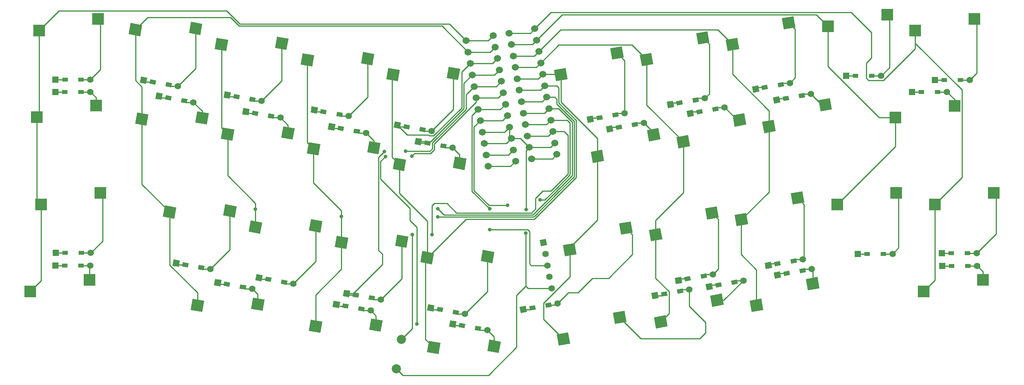
<source format=gbr>
%TF.GenerationSoftware,KiCad,Pcbnew,(5.1.6-0-10_14)*%
%TF.CreationDate,2023-03-04T09:30:32+09:00*%
%TF.ProjectId,C-13XPCB,432d3133-5850-4434-922e-6b696361645f,rev?*%
%TF.SameCoordinates,Original*%
%TF.FileFunction,Copper,L2,Bot*%
%TF.FilePolarity,Positive*%
%FSLAX46Y46*%
G04 Gerber Fmt 4.6, Leading zero omitted, Abs format (unit mm)*
G04 Created by KiCad (PCBNEW (5.1.6-0-10_14)) date 2023-03-04 09:30:32*
%MOMM*%
%LPD*%
G01*
G04 APERTURE LIST*
%TA.AperFunction,SMDPad,CuDef*%
%ADD10C,0.100000*%
%TD*%
%TA.AperFunction,ComponentPad*%
%ADD11C,0.100000*%
%TD*%
%TA.AperFunction,ComponentPad*%
%ADD12C,1.397000*%
%TD*%
%TA.AperFunction,SMDPad,CuDef*%
%ADD13R,1.300000X0.950000*%
%TD*%
%TA.AperFunction,ComponentPad*%
%ADD14R,1.397000X1.397000*%
%TD*%
%TA.AperFunction,ComponentPad*%
%ADD15C,2.000000*%
%TD*%
%TA.AperFunction,ComponentPad*%
%ADD16C,1.524000*%
%TD*%
%TA.AperFunction,SMDPad,CuDef*%
%ADD17R,2.550000X2.500000*%
%TD*%
%TA.AperFunction,ViaPad*%
%ADD18C,0.800000*%
%TD*%
%TA.AperFunction,Conductor*%
%ADD19C,0.250000*%
%TD*%
G04 APERTURE END LIST*
%TA.AperFunction,SMDPad,CuDef*%
D10*
%TO.P,SW20,2*%
%TO.N,Net-(D20-Pad2)*%
G36*
X140328071Y-20072022D02*
G01*
X139893951Y-22534041D01*
X137382691Y-22091238D01*
X137816811Y-19629219D01*
X140328071Y-20072022D01*
G37*
%TD.AperFunction*%
%TA.AperFunction,SMDPad,CuDef*%
%TO.P,SW20,1*%
%TO.N,col4*%
G36*
X127156394Y-20328684D02*
G01*
X126722274Y-22790703D01*
X124211014Y-22347900D01*
X124645134Y-19885881D01*
X127156394Y-20328684D01*
G37*
%TD.AperFunction*%
%TD*%
%TA.AperFunction,SMDPad,CuDef*%
%TO.P,D20,2*%
%TO.N,Net-(D20-Pad2)*%
G36*
X134635426Y-17533138D02*
G01*
X134800392Y-16597571D01*
X136080642Y-16823314D01*
X135915676Y-17758881D01*
X134635426Y-17533138D01*
G37*
%TD.AperFunction*%
%TA.AperFunction,SMDPad,CuDef*%
%TO.P,D20,1*%
%TO.N,row3*%
G36*
X131139358Y-16916686D02*
G01*
X131304324Y-15981119D01*
X132584574Y-16206862D01*
X132419608Y-17142429D01*
X131139358Y-16916686D01*
G37*
%TD.AperFunction*%
%TA.AperFunction,ComponentPad*%
D11*
G36*
X129048701Y-16774995D02*
G01*
X129291287Y-15399219D01*
X130667063Y-15641805D01*
X130424477Y-17017581D01*
X129048701Y-16774995D01*
G37*
%TD.AperFunction*%
D12*
%TO.P,D20,2*%
%TO.N,Net-(D20-Pad2)*%
X137362118Y-17531600D03*
%TD*%
D13*
%TO.P,D1,2*%
%TO.N,Net-(D1-Pad2)*%
X48625000Y37340000D03*
%TO.P,D1,1*%
%TO.N,row0*%
X45075000Y37340000D03*
D14*
X43040000Y37340000D03*
D12*
%TO.P,D1,2*%
%TO.N,Net-(D1-Pad2)*%
X50660000Y37340000D03*
%TD*%
%TO.P,D2,2*%
%TO.N,Net-(D2-Pad2)*%
X50650000Y34600000D03*
D14*
%TO.P,D2,1*%
%TO.N,row1*%
X43030000Y34600000D03*
D13*
X45065000Y34600000D03*
%TO.P,D2,2*%
%TO.N,Net-(D2-Pad2)*%
X48615000Y34600000D03*
%TD*%
D12*
%TO.P,D3,2*%
%TO.N,Net-(D3-Pad2)*%
X50720000Y-640000D03*
D14*
%TO.P,D3,1*%
%TO.N,row2*%
X43100000Y-640000D03*
D13*
X45135000Y-640000D03*
%TO.P,D3,2*%
%TO.N,Net-(D3-Pad2)*%
X48685000Y-640000D03*
%TD*%
D12*
%TO.P,D4,2*%
%TO.N,Net-(D4-Pad2)*%
X50590000Y-3390000D03*
D14*
%TO.P,D4,1*%
%TO.N,row3*%
X42970000Y-3390000D03*
D13*
X45005000Y-3390000D03*
%TO.P,D4,2*%
%TO.N,Net-(D4-Pad2)*%
X48555000Y-3390000D03*
%TD*%
D12*
%TO.P,D5,2*%
%TO.N,Net-(D5-Pad2)*%
X69762118Y35838400D03*
%TA.AperFunction,ComponentPad*%
D11*
%TO.P,D5,1*%
%TO.N,row0*%
G36*
X61448701Y36595005D02*
G01*
X61691287Y37970781D01*
X63067063Y37728195D01*
X62824477Y36352419D01*
X61448701Y36595005D01*
G37*
%TD.AperFunction*%
%TA.AperFunction,SMDPad,CuDef*%
D10*
G36*
X63539358Y36453314D02*
G01*
X63704324Y37388881D01*
X64984574Y37163138D01*
X64819608Y36227571D01*
X63539358Y36453314D01*
G37*
%TD.AperFunction*%
%TA.AperFunction,SMDPad,CuDef*%
%TO.P,D5,2*%
%TO.N,Net-(D5-Pad2)*%
G36*
X67035426Y35836862D02*
G01*
X67200392Y36772429D01*
X68480642Y36546686D01*
X68315676Y35611119D01*
X67035426Y35836862D01*
G37*
%TD.AperFunction*%
%TD*%
D12*
%TO.P,D6,2*%
%TO.N,Net-(D6-Pad2)*%
X73152118Y32348400D03*
%TA.AperFunction,ComponentPad*%
D11*
%TO.P,D6,1*%
%TO.N,row1*%
G36*
X64838701Y33105005D02*
G01*
X65081287Y34480781D01*
X66457063Y34238195D01*
X66214477Y32862419D01*
X64838701Y33105005D01*
G37*
%TD.AperFunction*%
%TA.AperFunction,SMDPad,CuDef*%
D10*
G36*
X66929358Y32963314D02*
G01*
X67094324Y33898881D01*
X68374574Y33673138D01*
X68209608Y32737571D01*
X66929358Y32963314D01*
G37*
%TD.AperFunction*%
%TA.AperFunction,SMDPad,CuDef*%
%TO.P,D6,2*%
%TO.N,Net-(D6-Pad2)*%
G36*
X70425426Y32346862D02*
G01*
X70590392Y33282429D01*
X71870642Y33056686D01*
X71705676Y32121119D01*
X70425426Y32346862D01*
G37*
%TD.AperFunction*%
%TD*%
D12*
%TO.P,D7,2*%
%TO.N,Net-(D7-Pad2)*%
X76902118Y-4221600D03*
%TA.AperFunction,ComponentPad*%
D11*
%TO.P,D7,1*%
%TO.N,row2*%
G36*
X68588701Y-3464995D02*
G01*
X68831287Y-2089219D01*
X70207063Y-2331805D01*
X69964477Y-3707581D01*
X68588701Y-3464995D01*
G37*
%TD.AperFunction*%
%TA.AperFunction,SMDPad,CuDef*%
D10*
G36*
X70679358Y-3606686D02*
G01*
X70844324Y-2671119D01*
X72124574Y-2896862D01*
X71959608Y-3832429D01*
X70679358Y-3606686D01*
G37*
%TD.AperFunction*%
%TA.AperFunction,SMDPad,CuDef*%
%TO.P,D7,2*%
%TO.N,Net-(D7-Pad2)*%
G36*
X74175426Y-4223138D02*
G01*
X74340392Y-3287571D01*
X75620642Y-3513314D01*
X75455676Y-4448881D01*
X74175426Y-4223138D01*
G37*
%TD.AperFunction*%
%TD*%
D12*
%TO.P,D8,2*%
%TO.N,Net-(D8-Pad2)*%
X85982118Y-8471600D03*
%TA.AperFunction,ComponentPad*%
D11*
%TO.P,D8,1*%
%TO.N,row3*%
G36*
X77668701Y-7714995D02*
G01*
X77911287Y-6339219D01*
X79287063Y-6581805D01*
X79044477Y-7957581D01*
X77668701Y-7714995D01*
G37*
%TD.AperFunction*%
%TA.AperFunction,SMDPad,CuDef*%
D10*
G36*
X79759358Y-7856686D02*
G01*
X79924324Y-6921119D01*
X81204574Y-7146862D01*
X81039608Y-8082429D01*
X79759358Y-7856686D01*
G37*
%TD.AperFunction*%
%TA.AperFunction,SMDPad,CuDef*%
%TO.P,D8,2*%
%TO.N,Net-(D8-Pad2)*%
G36*
X83255426Y-8473138D02*
G01*
X83420392Y-7537571D01*
X84700642Y-7763314D01*
X84535676Y-8698881D01*
X83255426Y-8473138D01*
G37*
%TD.AperFunction*%
%TD*%
D12*
%TO.P,D9,2*%
%TO.N,Net-(D9-Pad2)*%
X88052118Y32608400D03*
%TA.AperFunction,ComponentPad*%
D11*
%TO.P,D9,1*%
%TO.N,row0*%
G36*
X79738701Y33365005D02*
G01*
X79981287Y34740781D01*
X81357063Y34498195D01*
X81114477Y33122419D01*
X79738701Y33365005D01*
G37*
%TD.AperFunction*%
%TA.AperFunction,SMDPad,CuDef*%
D10*
G36*
X81829358Y33223314D02*
G01*
X81994324Y34158881D01*
X83274574Y33933138D01*
X83109608Y32997571D01*
X81829358Y33223314D01*
G37*
%TD.AperFunction*%
%TA.AperFunction,SMDPad,CuDef*%
%TO.P,D9,2*%
%TO.N,Net-(D9-Pad2)*%
G36*
X85325426Y32606862D02*
G01*
X85490392Y33542429D01*
X86770642Y33316686D01*
X86605676Y32381119D01*
X85325426Y32606862D01*
G37*
%TD.AperFunction*%
%TD*%
D12*
%TO.P,D10,2*%
%TO.N,Net-(D10-Pad2)*%
X92152118Y28968400D03*
%TA.AperFunction,ComponentPad*%
D11*
%TO.P,D10,1*%
%TO.N,row1*%
G36*
X83838701Y29725005D02*
G01*
X84081287Y31100781D01*
X85457063Y30858195D01*
X85214477Y29482419D01*
X83838701Y29725005D01*
G37*
%TD.AperFunction*%
%TA.AperFunction,SMDPad,CuDef*%
D10*
G36*
X85929358Y29583314D02*
G01*
X86094324Y30518881D01*
X87374574Y30293138D01*
X87209608Y29357571D01*
X85929358Y29583314D01*
G37*
%TD.AperFunction*%
%TA.AperFunction,SMDPad,CuDef*%
%TO.P,D10,2*%
%TO.N,Net-(D10-Pad2)*%
G36*
X89425426Y28966862D02*
G01*
X89590392Y29902429D01*
X90870642Y29676686D01*
X90705676Y28741119D01*
X89425426Y28966862D01*
G37*
%TD.AperFunction*%
%TD*%
D12*
%TO.P,D11,2*%
%TO.N,Net-(D11-Pad2)*%
X95012118Y-7391600D03*
%TA.AperFunction,ComponentPad*%
D11*
%TO.P,D11,1*%
%TO.N,row2*%
G36*
X86698701Y-6634995D02*
G01*
X86941287Y-5259219D01*
X88317063Y-5501805D01*
X88074477Y-6877581D01*
X86698701Y-6634995D01*
G37*
%TD.AperFunction*%
%TA.AperFunction,SMDPad,CuDef*%
D10*
G36*
X88789358Y-6776686D02*
G01*
X88954324Y-5841119D01*
X90234574Y-6066862D01*
X90069608Y-7002429D01*
X88789358Y-6776686D01*
G37*
%TD.AperFunction*%
%TA.AperFunction,SMDPad,CuDef*%
%TO.P,D11,2*%
%TO.N,Net-(D11-Pad2)*%
G36*
X92285426Y-7393138D02*
G01*
X92450392Y-6457571D01*
X93730642Y-6683314D01*
X93565676Y-7618881D01*
X92285426Y-7393138D01*
G37*
%TD.AperFunction*%
%TD*%
D12*
%TO.P,D13,2*%
%TO.N,Net-(D13-Pad2)*%
X107072118Y29318400D03*
%TA.AperFunction,ComponentPad*%
D11*
%TO.P,D13,1*%
%TO.N,row0*%
G36*
X98758701Y30075005D02*
G01*
X99001287Y31450781D01*
X100377063Y31208195D01*
X100134477Y29832419D01*
X98758701Y30075005D01*
G37*
%TD.AperFunction*%
%TA.AperFunction,SMDPad,CuDef*%
D10*
G36*
X100849358Y29933314D02*
G01*
X101014324Y30868881D01*
X102294574Y30643138D01*
X102129608Y29707571D01*
X100849358Y29933314D01*
G37*
%TD.AperFunction*%
%TA.AperFunction,SMDPad,CuDef*%
%TO.P,D13,2*%
%TO.N,Net-(D13-Pad2)*%
G36*
X104345426Y29316862D02*
G01*
X104510392Y30252429D01*
X105790642Y30026686D01*
X105625676Y29091119D01*
X104345426Y29316862D01*
G37*
%TD.AperFunction*%
%TD*%
D12*
%TO.P,D14,2*%
%TO.N,Net-(D14-Pad2)*%
X110872118Y25658400D03*
%TA.AperFunction,ComponentPad*%
D11*
%TO.P,D14,1*%
%TO.N,row1*%
G36*
X102558701Y26415005D02*
G01*
X102801287Y27790781D01*
X104177063Y27548195D01*
X103934477Y26172419D01*
X102558701Y26415005D01*
G37*
%TD.AperFunction*%
%TA.AperFunction,SMDPad,CuDef*%
D10*
G36*
X104649358Y26273314D02*
G01*
X104814324Y27208881D01*
X106094574Y26983138D01*
X105929608Y26047571D01*
X104649358Y26273314D01*
G37*
%TD.AperFunction*%
%TA.AperFunction,SMDPad,CuDef*%
%TO.P,D14,2*%
%TO.N,Net-(D14-Pad2)*%
G36*
X108145426Y25656862D02*
G01*
X108310392Y26592429D01*
X109590642Y26366686D01*
X109425676Y25431119D01*
X108145426Y25656862D01*
G37*
%TD.AperFunction*%
%TD*%
D12*
%TO.P,D15,2*%
%TO.N,Net-(D15-Pad2)*%
X114132118Y-10851600D03*
%TA.AperFunction,ComponentPad*%
D11*
%TO.P,D15,1*%
%TO.N,row2*%
G36*
X105818701Y-10094995D02*
G01*
X106061287Y-8719219D01*
X107437063Y-8961805D01*
X107194477Y-10337581D01*
X105818701Y-10094995D01*
G37*
%TD.AperFunction*%
%TA.AperFunction,SMDPad,CuDef*%
D10*
G36*
X107909358Y-10236686D02*
G01*
X108074324Y-9301119D01*
X109354574Y-9526862D01*
X109189608Y-10462429D01*
X107909358Y-10236686D01*
G37*
%TD.AperFunction*%
%TA.AperFunction,SMDPad,CuDef*%
%TO.P,D15,2*%
%TO.N,Net-(D15-Pad2)*%
G36*
X111405426Y-10853138D02*
G01*
X111570392Y-9917571D01*
X112850642Y-10143314D01*
X112685676Y-11078881D01*
X111405426Y-10853138D01*
G37*
%TD.AperFunction*%
%TD*%
D12*
%TO.P,D16,2*%
%TO.N,Net-(D16-Pad2)*%
X111882118Y-13241600D03*
%TA.AperFunction,ComponentPad*%
D11*
%TO.P,D16,1*%
%TO.N,row3*%
G36*
X103568701Y-12484995D02*
G01*
X103811287Y-11109219D01*
X105187063Y-11351805D01*
X104944477Y-12727581D01*
X103568701Y-12484995D01*
G37*
%TD.AperFunction*%
%TA.AperFunction,SMDPad,CuDef*%
D10*
G36*
X105659358Y-12626686D02*
G01*
X105824324Y-11691119D01*
X107104574Y-11916862D01*
X106939608Y-12852429D01*
X105659358Y-12626686D01*
G37*
%TD.AperFunction*%
%TA.AperFunction,SMDPad,CuDef*%
%TO.P,D16,2*%
%TO.N,Net-(D16-Pad2)*%
G36*
X109155426Y-13243138D02*
G01*
X109320392Y-12307571D01*
X110600642Y-12533314D01*
X110435676Y-13468881D01*
X109155426Y-13243138D01*
G37*
%TD.AperFunction*%
%TD*%
D12*
%TO.P,D17,2*%
%TO.N,Net-(D17-Pad2)*%
X125232118Y26028400D03*
%TA.AperFunction,ComponentPad*%
D11*
%TO.P,D17,1*%
%TO.N,row0*%
G36*
X116918701Y26785005D02*
G01*
X117161287Y28160781D01*
X118537063Y27918195D01*
X118294477Y26542419D01*
X116918701Y26785005D01*
G37*
%TD.AperFunction*%
%TA.AperFunction,SMDPad,CuDef*%
D10*
G36*
X119009358Y26643314D02*
G01*
X119174324Y27578881D01*
X120454574Y27353138D01*
X120289608Y26417571D01*
X119009358Y26643314D01*
G37*
%TD.AperFunction*%
%TA.AperFunction,SMDPad,CuDef*%
%TO.P,D17,2*%
%TO.N,Net-(D17-Pad2)*%
G36*
X122505426Y26026862D02*
G01*
X122670392Y26962429D01*
X123950642Y26736686D01*
X123785676Y25801119D01*
X122505426Y26026862D01*
G37*
%TD.AperFunction*%
%TD*%
D12*
%TO.P,D18,2*%
%TO.N,Net-(D18-Pad2)*%
X129792118Y22428400D03*
%TA.AperFunction,ComponentPad*%
D11*
%TO.P,D18,1*%
%TO.N,row1*%
G36*
X121478701Y23185005D02*
G01*
X121721287Y24560781D01*
X123097063Y24318195D01*
X122854477Y22942419D01*
X121478701Y23185005D01*
G37*
%TD.AperFunction*%
%TA.AperFunction,SMDPad,CuDef*%
D10*
G36*
X123569358Y23043314D02*
G01*
X123734324Y23978881D01*
X125014574Y23753138D01*
X124849608Y22817571D01*
X123569358Y23043314D01*
G37*
%TD.AperFunction*%
%TA.AperFunction,SMDPad,CuDef*%
%TO.P,D18,2*%
%TO.N,Net-(D18-Pad2)*%
G36*
X127065426Y22426862D02*
G01*
X127230392Y23362429D01*
X128510642Y23136686D01*
X128345676Y22201119D01*
X127065426Y22426862D01*
G37*
%TD.AperFunction*%
%TD*%
D12*
%TO.P,D19,2*%
%TO.N,Net-(D19-Pad2)*%
X132532118Y-14001600D03*
%TA.AperFunction,ComponentPad*%
D11*
%TO.P,D19,1*%
%TO.N,row2*%
G36*
X124218701Y-13244995D02*
G01*
X124461287Y-11869219D01*
X125837063Y-12111805D01*
X125594477Y-13487581D01*
X124218701Y-13244995D01*
G37*
%TD.AperFunction*%
%TA.AperFunction,SMDPad,CuDef*%
D10*
G36*
X126309358Y-13386686D02*
G01*
X126474324Y-12451119D01*
X127754574Y-12676862D01*
X127589608Y-13612429D01*
X126309358Y-13386686D01*
G37*
%TD.AperFunction*%
%TA.AperFunction,SMDPad,CuDef*%
%TO.P,D19,2*%
%TO.N,Net-(D19-Pad2)*%
G36*
X129805426Y-14003138D02*
G01*
X129970392Y-13067571D01*
X131250642Y-13293314D01*
X131085676Y-14228881D01*
X129805426Y-14003138D01*
G37*
%TD.AperFunction*%
%TD*%
D12*
%TO.P,D21,2*%
%TO.N,Net-(D21-Pad2)*%
X167402118Y29931600D03*
%TA.AperFunction,ComponentPad*%
D11*
%TO.P,D21,1*%
%TO.N,row0*%
G36*
X159331287Y27799219D02*
G01*
X159088701Y29174995D01*
X160464477Y29417581D01*
X160707063Y28041805D01*
X159331287Y27799219D01*
G37*
%TD.AperFunction*%
%TA.AperFunction,SMDPad,CuDef*%
D10*
G36*
X161344324Y28381119D02*
G01*
X161179358Y29316686D01*
X162459608Y29542429D01*
X162624574Y28606862D01*
X161344324Y28381119D01*
G37*
%TD.AperFunction*%
%TA.AperFunction,SMDPad,CuDef*%
%TO.P,D21,2*%
%TO.N,Net-(D21-Pad2)*%
G36*
X164840392Y28997571D02*
G01*
X164675426Y29933138D01*
X165955676Y30158881D01*
X166120642Y29223314D01*
X164840392Y28997571D01*
G37*
%TD.AperFunction*%
%TD*%
%TA.AperFunction,SMDPad,CuDef*%
%TO.P,D22,2*%
%TO.N,Net-(D22-Pad2)*%
G36*
X169070392Y26907571D02*
G01*
X168905426Y27843138D01*
X170185676Y28068881D01*
X170350642Y27133314D01*
X169070392Y26907571D01*
G37*
%TD.AperFunction*%
%TA.AperFunction,SMDPad,CuDef*%
%TO.P,D22,1*%
%TO.N,row1*%
G36*
X165574324Y26291119D02*
G01*
X165409358Y27226686D01*
X166689608Y27452429D01*
X166854574Y26516862D01*
X165574324Y26291119D01*
G37*
%TD.AperFunction*%
%TA.AperFunction,ComponentPad*%
D11*
G36*
X163561287Y25709219D02*
G01*
X163318701Y27084995D01*
X164694477Y27327581D01*
X164937063Y25951805D01*
X163561287Y25709219D01*
G37*
%TD.AperFunction*%
D12*
%TO.P,D22,2*%
%TO.N,Net-(D22-Pad2)*%
X171632118Y27841600D03*
%TD*%
%TA.AperFunction,SMDPad,CuDef*%
D10*
%TO.P,D23,2*%
%TO.N,Net-(D23-Pad2)*%
G36*
X150200392Y-12662429D02*
G01*
X150035426Y-11726862D01*
X151315676Y-11501119D01*
X151480642Y-12436686D01*
X150200392Y-12662429D01*
G37*
%TD.AperFunction*%
%TA.AperFunction,SMDPad,CuDef*%
%TO.P,D23,1*%
%TO.N,row2*%
G36*
X146704324Y-13278881D02*
G01*
X146539358Y-12343314D01*
X147819608Y-12117571D01*
X147984574Y-13053138D01*
X146704324Y-13278881D01*
G37*
%TD.AperFunction*%
%TA.AperFunction,ComponentPad*%
D11*
G36*
X144691287Y-13860781D02*
G01*
X144448701Y-12485005D01*
X145824477Y-12242419D01*
X146067063Y-13618195D01*
X144691287Y-13860781D01*
G37*
%TD.AperFunction*%
D12*
%TO.P,D23,2*%
%TO.N,Net-(D23-Pad2)*%
X152762118Y-11728400D03*
%TD*%
%TA.AperFunction,SMDPad,CuDef*%
D10*
%TO.P,D24,2*%
%TO.N,Net-(D24-Pad2)*%
G36*
X178960392Y-9602429D02*
G01*
X178795426Y-8666862D01*
X180075676Y-8441119D01*
X180240642Y-9376686D01*
X178960392Y-9602429D01*
G37*
%TD.AperFunction*%
%TA.AperFunction,SMDPad,CuDef*%
%TO.P,D24,1*%
%TO.N,row3*%
G36*
X175464324Y-10218881D02*
G01*
X175299358Y-9283314D01*
X176579608Y-9057571D01*
X176744574Y-9993138D01*
X175464324Y-10218881D01*
G37*
%TD.AperFunction*%
%TA.AperFunction,ComponentPad*%
D11*
G36*
X173451287Y-10800781D02*
G01*
X173208701Y-9425005D01*
X174584477Y-9182419D01*
X174827063Y-10558195D01*
X173451287Y-10800781D01*
G37*
%TD.AperFunction*%
D12*
%TO.P,D24,2*%
%TO.N,Net-(D24-Pad2)*%
X181522118Y-8668400D03*
%TD*%
%TA.AperFunction,SMDPad,CuDef*%
D10*
%TO.P,D25,2*%
%TO.N,Net-(D25-Pad2)*%
G36*
X182330392Y32267571D02*
G01*
X182165426Y33203138D01*
X183445676Y33428881D01*
X183610642Y32493314D01*
X182330392Y32267571D01*
G37*
%TD.AperFunction*%
%TA.AperFunction,SMDPad,CuDef*%
%TO.P,D25,1*%
%TO.N,row0*%
G36*
X178834324Y31651119D02*
G01*
X178669358Y32586686D01*
X179949608Y32812429D01*
X180114574Y31876862D01*
X178834324Y31651119D01*
G37*
%TD.AperFunction*%
%TA.AperFunction,ComponentPad*%
D11*
G36*
X176821287Y31069219D02*
G01*
X176578701Y32444995D01*
X177954477Y32687581D01*
X178197063Y31311805D01*
X176821287Y31069219D01*
G37*
%TD.AperFunction*%
D12*
%TO.P,D25,2*%
%TO.N,Net-(D25-Pad2)*%
X184892118Y33201600D03*
%TD*%
%TA.AperFunction,SMDPad,CuDef*%
D10*
%TO.P,D26,2*%
%TO.N,Net-(D26-Pad2)*%
G36*
X186680392Y30297571D02*
G01*
X186515426Y31233138D01*
X187795676Y31458881D01*
X187960642Y30523314D01*
X186680392Y30297571D01*
G37*
%TD.AperFunction*%
%TA.AperFunction,SMDPad,CuDef*%
%TO.P,D26,1*%
%TO.N,row1*%
G36*
X183184324Y29681119D02*
G01*
X183019358Y30616686D01*
X184299608Y30842429D01*
X184464574Y29906862D01*
X183184324Y29681119D01*
G37*
%TD.AperFunction*%
%TA.AperFunction,ComponentPad*%
D11*
G36*
X181171287Y29099219D02*
G01*
X180928701Y30474995D01*
X182304477Y30717581D01*
X182547063Y29341805D01*
X181171287Y29099219D01*
G37*
%TD.AperFunction*%
D12*
%TO.P,D26,2*%
%TO.N,Net-(D26-Pad2)*%
X189242118Y31231600D03*
%TD*%
%TA.AperFunction,SMDPad,CuDef*%
D10*
%TO.P,D27,2*%
%TO.N,Net-(D27-Pad2)*%
G36*
X184100392Y-6282429D02*
G01*
X183935426Y-5346862D01*
X185215676Y-5121119D01*
X185380642Y-6056686D01*
X184100392Y-6282429D01*
G37*
%TD.AperFunction*%
%TA.AperFunction,SMDPad,CuDef*%
%TO.P,D27,1*%
%TO.N,row2*%
G36*
X180604324Y-6898881D02*
G01*
X180439358Y-5963314D01*
X181719608Y-5737571D01*
X181884574Y-6673138D01*
X180604324Y-6898881D01*
G37*
%TD.AperFunction*%
%TA.AperFunction,ComponentPad*%
D11*
G36*
X178591287Y-7480781D02*
G01*
X178348701Y-6105005D01*
X179724477Y-5862419D01*
X179967063Y-7238195D01*
X178591287Y-7480781D01*
G37*
%TD.AperFunction*%
D12*
%TO.P,D27,2*%
%TO.N,Net-(D27-Pad2)*%
X186662118Y-5348400D03*
%TD*%
%TA.AperFunction,SMDPad,CuDef*%
D10*
%TO.P,D28,2*%
%TO.N,Net-(D28-Pad2)*%
G36*
X190830392Y-7622429D02*
G01*
X190665426Y-6686862D01*
X191945676Y-6461119D01*
X192110642Y-7396686D01*
X190830392Y-7622429D01*
G37*
%TD.AperFunction*%
%TA.AperFunction,SMDPad,CuDef*%
%TO.P,D28,1*%
%TO.N,row3*%
G36*
X187334324Y-8238881D02*
G01*
X187169358Y-7303314D01*
X188449608Y-7077571D01*
X188614574Y-8013138D01*
X187334324Y-8238881D01*
G37*
%TD.AperFunction*%
%TA.AperFunction,ComponentPad*%
D11*
G36*
X185321287Y-8820781D02*
G01*
X185078701Y-7445005D01*
X186454477Y-7202419D01*
X186697063Y-8578195D01*
X185321287Y-8820781D01*
G37*
%TD.AperFunction*%
D12*
%TO.P,D28,2*%
%TO.N,Net-(D28-Pad2)*%
X193392118Y-6688400D03*
%TD*%
%TA.AperFunction,SMDPad,CuDef*%
D10*
%TO.P,D29,2*%
%TO.N,Net-(D29-Pad2)*%
G36*
X200950392Y35637571D02*
G01*
X200785426Y36573138D01*
X202065676Y36798881D01*
X202230642Y35863314D01*
X200950392Y35637571D01*
G37*
%TD.AperFunction*%
%TA.AperFunction,SMDPad,CuDef*%
%TO.P,D29,1*%
%TO.N,row0*%
G36*
X197454324Y35021119D02*
G01*
X197289358Y35956686D01*
X198569608Y36182429D01*
X198734574Y35246862D01*
X197454324Y35021119D01*
G37*
%TD.AperFunction*%
%TA.AperFunction,ComponentPad*%
D11*
G36*
X195441287Y34439219D02*
G01*
X195198701Y35814995D01*
X196574477Y36057581D01*
X196817063Y34681805D01*
X195441287Y34439219D01*
G37*
%TD.AperFunction*%
D12*
%TO.P,D29,2*%
%TO.N,Net-(D29-Pad2)*%
X203512118Y36571600D03*
%TD*%
%TA.AperFunction,SMDPad,CuDef*%
D10*
%TO.P,D30,2*%
%TO.N,Net-(D30-Pad2)*%
G36*
X205560392Y33227571D02*
G01*
X205395426Y34163138D01*
X206675676Y34388881D01*
X206840642Y33453314D01*
X205560392Y33227571D01*
G37*
%TD.AperFunction*%
%TA.AperFunction,SMDPad,CuDef*%
%TO.P,D30,1*%
%TO.N,row1*%
G36*
X202064324Y32611119D02*
G01*
X201899358Y33546686D01*
X203179608Y33772429D01*
X203344574Y32836862D01*
X202064324Y32611119D01*
G37*
%TD.AperFunction*%
%TA.AperFunction,ComponentPad*%
D11*
G36*
X200051287Y32029219D02*
G01*
X199808701Y33404995D01*
X201184477Y33647581D01*
X201427063Y32271805D01*
X200051287Y32029219D01*
G37*
%TD.AperFunction*%
D12*
%TO.P,D30,2*%
%TO.N,Net-(D30-Pad2)*%
X208122118Y34161600D03*
%TD*%
%TA.AperFunction,SMDPad,CuDef*%
D10*
%TO.P,D31,2*%
%TO.N,Net-(D31-Pad2)*%
G36*
X203740392Y-2962429D02*
G01*
X203575426Y-2026862D01*
X204855676Y-1801119D01*
X205020642Y-2736686D01*
X203740392Y-2962429D01*
G37*
%TD.AperFunction*%
%TA.AperFunction,SMDPad,CuDef*%
%TO.P,D31,1*%
%TO.N,row2*%
G36*
X200244324Y-3578881D02*
G01*
X200079358Y-2643314D01*
X201359608Y-2417571D01*
X201524574Y-3353138D01*
X200244324Y-3578881D01*
G37*
%TD.AperFunction*%
%TA.AperFunction,ComponentPad*%
D11*
G36*
X198231287Y-4160781D02*
G01*
X197988701Y-2785005D01*
X199364477Y-2542419D01*
X199607063Y-3918195D01*
X198231287Y-4160781D01*
G37*
%TD.AperFunction*%
D12*
%TO.P,D31,2*%
%TO.N,Net-(D31-Pad2)*%
X206302118Y-2028400D03*
%TD*%
%TA.AperFunction,SMDPad,CuDef*%
D10*
%TO.P,D32,2*%
%TO.N,Net-(D32-Pad2)*%
G36*
X205740392Y-5082429D02*
G01*
X205575426Y-4146862D01*
X206855676Y-3921119D01*
X207020642Y-4856686D01*
X205740392Y-5082429D01*
G37*
%TD.AperFunction*%
%TA.AperFunction,SMDPad,CuDef*%
%TO.P,D32,1*%
%TO.N,row3*%
G36*
X202244324Y-5698881D02*
G01*
X202079358Y-4763314D01*
X203359608Y-4537571D01*
X203524574Y-5473138D01*
X202244324Y-5698881D01*
G37*
%TD.AperFunction*%
%TA.AperFunction,ComponentPad*%
D11*
G36*
X200231287Y-6280781D02*
G01*
X199988701Y-4905005D01*
X201364477Y-4662419D01*
X201607063Y-6038195D01*
X200231287Y-6280781D01*
G37*
%TD.AperFunction*%
D12*
%TO.P,D32,2*%
%TO.N,Net-(D32-Pad2)*%
X208302118Y-4148400D03*
%TD*%
D13*
%TO.P,D33,2*%
%TO.N,Net-(D33-Pad2)*%
X221395000Y38140000D03*
%TO.P,D33,1*%
%TO.N,row0*%
X217845000Y38140000D03*
D14*
X215810000Y38140000D03*
D12*
%TO.P,D33,2*%
%TO.N,Net-(D33-Pad2)*%
X223430000Y38140000D03*
%TD*%
D13*
%TO.P,D34,2*%
%TO.N,Net-(D34-Pad2)*%
X235785000Y34630000D03*
%TO.P,D34,1*%
%TO.N,row1*%
X232235000Y34630000D03*
D14*
X230200000Y34630000D03*
D12*
%TO.P,D34,2*%
%TO.N,Net-(D34-Pad2)*%
X237820000Y34630000D03*
%TD*%
D13*
%TO.P,D35,2*%
%TO.N,Net-(D35-Pad2)*%
X223905000Y-880000D03*
%TO.P,D35,1*%
%TO.N,row2*%
X220355000Y-880000D03*
D14*
X218320000Y-880000D03*
D12*
%TO.P,D35,2*%
%TO.N,Net-(D35-Pad2)*%
X225940000Y-880000D03*
%TD*%
D13*
%TO.P,D37,2*%
%TO.N,Net-(D37-Pad2)*%
X240795000Y37240000D03*
%TO.P,D37,1*%
%TO.N,row0*%
X237245000Y37240000D03*
D14*
X235210000Y37240000D03*
D12*
%TO.P,D37,2*%
%TO.N,Net-(D37-Pad2)*%
X242830000Y37240000D03*
%TD*%
D13*
%TO.P,D39,2*%
%TO.N,Net-(D39-Pad2)*%
X242295000Y-710000D03*
%TO.P,D39,1*%
%TO.N,row2*%
X238745000Y-710000D03*
D14*
X236710000Y-710000D03*
D12*
%TO.P,D39,2*%
%TO.N,Net-(D39-Pad2)*%
X244330000Y-710000D03*
%TD*%
D13*
%TO.P,D40,2*%
%TO.N,Net-(D40-Pad2)*%
X242405000Y-3470000D03*
%TO.P,D40,1*%
%TO.N,row3*%
X238855000Y-3470000D03*
D14*
X236820000Y-3470000D03*
D12*
%TO.P,D40,2*%
%TO.N,Net-(D40-Pad2)*%
X244440000Y-3470000D03*
%TD*%
D15*
%TO.P,SW41,1*%
%TO.N,reset*%
X118634357Y-19589375D03*
%TO.P,SW41,2*%
%TO.N,GND*%
X117505643Y-25990625D03*
%TD*%
%TA.AperFunction,ComponentPad*%
D11*
%TO.P,TB1,1*%
%TO.N,VCC*%
G36*
X148848686Y2179418D02*
G01*
X150224462Y2422004D01*
X150467048Y1046228D01*
X149091272Y803642D01*
X148848686Y2179418D01*
G37*
%TD.AperFunction*%
D12*
%TO.P,TB1,2*%
%TO.N,SDA*%
X150098934Y-888588D03*
%TO.P,TB1,3*%
%TO.N,SCL*%
X150540000Y-3390000D03*
%TO.P,TB1,4*%
%TO.N,N/C*%
X150981066Y-5891412D03*
%TO.P,TB1,5*%
%TO.N,GND*%
X151422133Y-8392823D03*
%TD*%
D16*
%TO.P,U1,1*%
%TO.N,Net-(U1-Pad1)*%
X137608313Y18310248D03*
%TO.P,U1,2*%
%TO.N,Net-(U1-Pad2)*%
X137167246Y20811659D03*
%TO.P,U1,3*%
%TO.N,GND*%
X136726180Y23313071D03*
%TO.P,U1,4*%
X136285113Y25814483D03*
%TO.P,U1,5*%
%TO.N,SDA*%
X135844047Y28315894D03*
%TO.P,U1,6*%
%TO.N,SCL*%
X135402981Y30817306D03*
%TO.P,U1,7*%
%TO.N,row3*%
X134961914Y33318718D03*
%TO.P,U1,8*%
%TO.N,row2*%
X134520848Y35820129D03*
%TO.P,U1,9*%
%TO.N,row1*%
X134079782Y38321541D03*
%TO.P,U1,10*%
%TO.N,row0*%
X133638715Y40822953D03*
%TO.P,U1,11*%
%TO.N,col1*%
X133197649Y43324365D03*
%TO.P,U1,12*%
%TO.N,col0*%
X132756583Y45825776D03*
%TO.P,U1,13*%
%TO.N,col9*%
X147745357Y48468701D03*
%TO.P,U1,14*%
%TO.N,col8*%
X148186423Y45967290D03*
%TO.P,U1,15*%
%TO.N,col7*%
X148627489Y43465878D03*
%TO.P,U1,16*%
%TO.N,col6*%
X149068556Y40964466D03*
%TO.P,U1,17*%
%TO.N,col5*%
X149509622Y38463055D03*
%TO.P,U1,18*%
%TO.N,col4*%
X149950688Y35961643D03*
%TO.P,U1,19*%
%TO.N,col3*%
X150391755Y33460231D03*
%TO.P,U1,20*%
%TO.N,col2*%
X150832821Y30958820D03*
%TO.P,U1,21*%
%TO.N,VCC*%
X151273887Y28457408D03*
%TO.P,U1,22*%
%TO.N,reset*%
X151714954Y25955996D03*
%TO.P,U1,23*%
%TO.N,GND*%
X152156020Y23454585D03*
%TO.P,U1,24*%
%TO.N,Net-(U1-Pad24)*%
X152597087Y20953173D03*
%TO.P,U1,13*%
%TO.N,col9*%
X142171345Y47485853D03*
%TO.P,U1,14*%
%TO.N,col8*%
X142612411Y44984441D03*
%TO.P,U1,17*%
%TO.N,col5*%
X143935610Y37480206D03*
%TO.P,U1,18*%
%TO.N,col4*%
X144376676Y34978794D03*
%TO.P,U1,19*%
%TO.N,col3*%
X144817743Y32477383D03*
%TO.P,U1,20*%
%TO.N,col2*%
X145258809Y29975971D03*
%TO.P,U1,21*%
%TO.N,VCC*%
X145699876Y27474559D03*
%TO.P,U1,15*%
%TO.N,col7*%
X143053477Y42483029D03*
%TO.P,U1,16*%
%TO.N,col6*%
X143494544Y39981618D03*
%TO.P,U1,22*%
%TO.N,reset*%
X146140942Y24973148D03*
%TO.P,U1,23*%
%TO.N,GND*%
X146582008Y22471736D03*
%TO.P,U1,24*%
%TO.N,Net-(U1-Pad24)*%
X147023075Y19970324D03*
%TO.P,U1,1*%
%TO.N,Net-(U1-Pad1)*%
X143546133Y19418171D03*
%TO.P,U1,10*%
%TO.N,row0*%
X139576535Y41930876D03*
%TO.P,U1,11*%
%TO.N,col1*%
X139135469Y44432288D03*
%TO.P,U1,4*%
%TO.N,GND*%
X142222933Y26922406D03*
%TO.P,U1,5*%
%TO.N,SDA*%
X141781867Y29423818D03*
%TO.P,U1,6*%
%TO.N,SCL*%
X141340801Y31925230D03*
%TO.P,U1,7*%
%TO.N,row3*%
X140899734Y34426641D03*
%TO.P,U1,8*%
%TO.N,row2*%
X140458668Y36928053D03*
%TO.P,U1,9*%
%TO.N,row1*%
X140017602Y39429465D03*
%TO.P,U1,2*%
%TO.N,Net-(U1-Pad2)*%
X143105066Y21919583D03*
%TO.P,U1,3*%
%TO.N,GND*%
X142664000Y24420994D03*
%TO.P,U1,12*%
%TO.N,col0*%
X138694402Y46933700D03*
%TD*%
D17*
%TO.P,SW1,2*%
%TO.N,Net-(D1-Pad2)*%
X52332000Y50570000D03*
%TO.P,SW1,1*%
%TO.N,col0*%
X39405000Y48030000D03*
%TD*%
%TO.P,SW2,1*%
%TO.N,col0*%
X38925000Y29060000D03*
%TO.P,SW2,2*%
%TO.N,Net-(D2-Pad2)*%
X51852000Y31600000D03*
%TD*%
%TO.P,SW3,1*%
%TO.N,col0*%
X39875000Y9950000D03*
%TO.P,SW3,2*%
%TO.N,Net-(D3-Pad2)*%
X52802000Y12490000D03*
%TD*%
%TO.P,SW4,1*%
%TO.N,col0*%
X37495000Y-9100000D03*
%TO.P,SW4,2*%
%TO.N,Net-(D4-Pad2)*%
X50422000Y-6560000D03*
%TD*%
%TA.AperFunction,SMDPad,CuDef*%
D10*
%TO.P,SW5,1*%
%TO.N,col1*%
G36*
X61956393Y49281317D02*
G01*
X61522273Y46819298D01*
X59011013Y47262101D01*
X59445133Y49724120D01*
X61956393Y49281317D01*
G37*
%TD.AperFunction*%
%TA.AperFunction,SMDPad,CuDef*%
%TO.P,SW5,2*%
%TO.N,Net-(D5-Pad2)*%
G36*
X75128070Y49537979D02*
G01*
X74693950Y47075960D01*
X72182690Y47518763D01*
X72616810Y49980782D01*
X75128070Y49537979D01*
G37*
%TD.AperFunction*%
%TD*%
%TA.AperFunction,SMDPad,CuDef*%
%TO.P,SW6,1*%
%TO.N,col1*%
G36*
X63346393Y29681317D02*
G01*
X62912273Y27219298D01*
X60401013Y27662101D01*
X60835133Y30124120D01*
X63346393Y29681317D01*
G37*
%TD.AperFunction*%
%TA.AperFunction,SMDPad,CuDef*%
%TO.P,SW6,2*%
%TO.N,Net-(D6-Pad2)*%
G36*
X76518070Y29937979D02*
G01*
X76083950Y27475960D01*
X73572690Y27918763D01*
X74006810Y30380782D01*
X76518070Y29937979D01*
G37*
%TD.AperFunction*%
%TD*%
%TA.AperFunction,SMDPad,CuDef*%
%TO.P,SW7,1*%
%TO.N,col1*%
G36*
X69436393Y9321317D02*
G01*
X69002273Y6859298D01*
X66491013Y7302101D01*
X66925133Y9764120D01*
X69436393Y9321317D01*
G37*
%TD.AperFunction*%
%TA.AperFunction,SMDPad,CuDef*%
%TO.P,SW7,2*%
%TO.N,Net-(D7-Pad2)*%
G36*
X82608070Y9577979D02*
G01*
X82173950Y7115960D01*
X79662690Y7558763D01*
X80096810Y10020782D01*
X82608070Y9577979D01*
G37*
%TD.AperFunction*%
%TD*%
%TA.AperFunction,SMDPad,CuDef*%
%TO.P,SW8,1*%
%TO.N,col1*%
G36*
X75516393Y-11118683D02*
G01*
X75082273Y-13580702D01*
X72571013Y-13137899D01*
X73005133Y-10675880D01*
X75516393Y-11118683D01*
G37*
%TD.AperFunction*%
%TA.AperFunction,SMDPad,CuDef*%
%TO.P,SW8,2*%
%TO.N,Net-(D8-Pad2)*%
G36*
X88688070Y-10862021D02*
G01*
X88253950Y-13324040D01*
X85742690Y-12881237D01*
X86176810Y-10419218D01*
X88688070Y-10862021D01*
G37*
%TD.AperFunction*%
%TD*%
%TA.AperFunction,SMDPad,CuDef*%
%TO.P,SW9,1*%
%TO.N,col2*%
G36*
X80756393Y46021317D02*
G01*
X80322273Y43559298D01*
X77811013Y44002101D01*
X78245133Y46464120D01*
X80756393Y46021317D01*
G37*
%TD.AperFunction*%
%TA.AperFunction,SMDPad,CuDef*%
%TO.P,SW9,2*%
%TO.N,Net-(D9-Pad2)*%
G36*
X93928070Y46277979D02*
G01*
X93493950Y43815960D01*
X90982690Y44258763D01*
X91416810Y46720782D01*
X93928070Y46277979D01*
G37*
%TD.AperFunction*%
%TD*%
%TA.AperFunction,SMDPad,CuDef*%
%TO.P,SW10,1*%
%TO.N,col2*%
G36*
X82116393Y26371317D02*
G01*
X81682273Y23909298D01*
X79171013Y24352101D01*
X79605133Y26814120D01*
X82116393Y26371317D01*
G37*
%TD.AperFunction*%
%TA.AperFunction,SMDPad,CuDef*%
%TO.P,SW10,2*%
%TO.N,Net-(D10-Pad2)*%
G36*
X95288070Y26627979D02*
G01*
X94853950Y24165960D01*
X92342690Y24608763D01*
X92776810Y27070782D01*
X95288070Y26627979D01*
G37*
%TD.AperFunction*%
%TD*%
%TA.AperFunction,SMDPad,CuDef*%
%TO.P,SW11,1*%
%TO.N,col2*%
G36*
X88176393Y6021317D02*
G01*
X87742273Y3559298D01*
X85231013Y4002101D01*
X85665133Y6464120D01*
X88176393Y6021317D01*
G37*
%TD.AperFunction*%
%TA.AperFunction,SMDPad,CuDef*%
%TO.P,SW11,2*%
%TO.N,Net-(D11-Pad2)*%
G36*
X101348070Y6277979D02*
G01*
X100913950Y3815960D01*
X98402690Y4258763D01*
X98836810Y6720782D01*
X101348070Y6277979D01*
G37*
%TD.AperFunction*%
%TD*%
%TA.AperFunction,SMDPad,CuDef*%
%TO.P,SW13,1*%
%TO.N,col3*%
G36*
X99536393Y42661317D02*
G01*
X99102273Y40199298D01*
X96591013Y40642101D01*
X97025133Y43104120D01*
X99536393Y42661317D01*
G37*
%TD.AperFunction*%
%TA.AperFunction,SMDPad,CuDef*%
%TO.P,SW13,2*%
%TO.N,Net-(D13-Pad2)*%
G36*
X112708070Y42917979D02*
G01*
X112273950Y40455960D01*
X109762690Y40898763D01*
X110196810Y43360782D01*
X112708070Y42917979D01*
G37*
%TD.AperFunction*%
%TD*%
%TA.AperFunction,SMDPad,CuDef*%
%TO.P,SW14,1*%
%TO.N,col3*%
G36*
X100886393Y23151317D02*
G01*
X100452273Y20689298D01*
X97941013Y21132101D01*
X98375133Y23594120D01*
X100886393Y23151317D01*
G37*
%TD.AperFunction*%
%TA.AperFunction,SMDPad,CuDef*%
%TO.P,SW14,2*%
%TO.N,Net-(D14-Pad2)*%
G36*
X114058070Y23407979D02*
G01*
X113623950Y20945960D01*
X111112690Y21388763D01*
X111546810Y23850782D01*
X114058070Y23407979D01*
G37*
%TD.AperFunction*%
%TD*%
%TA.AperFunction,SMDPad,CuDef*%
%TO.P,SW15,1*%
%TO.N,col3*%
G36*
X106996393Y2691317D02*
G01*
X106562273Y229298D01*
X104051013Y672101D01*
X104485133Y3134120D01*
X106996393Y2691317D01*
G37*
%TD.AperFunction*%
%TA.AperFunction,SMDPad,CuDef*%
%TO.P,SW15,2*%
%TO.N,Net-(D15-Pad2)*%
G36*
X120168070Y2947979D02*
G01*
X119733950Y485960D01*
X117222690Y928763D01*
X117656810Y3390782D01*
X120168070Y2947979D01*
G37*
%TD.AperFunction*%
%TD*%
%TA.AperFunction,SMDPad,CuDef*%
%TO.P,SW16,1*%
%TO.N,col3*%
G36*
X101336393Y-15718683D02*
G01*
X100902273Y-18180702D01*
X98391013Y-17737899D01*
X98825133Y-15275880D01*
X101336393Y-15718683D01*
G37*
%TD.AperFunction*%
%TA.AperFunction,SMDPad,CuDef*%
%TO.P,SW16,2*%
%TO.N,Net-(D16-Pad2)*%
G36*
X114508070Y-15462021D02*
G01*
X114073950Y-17924040D01*
X111562690Y-17481237D01*
X111996810Y-15019218D01*
X114508070Y-15462021D01*
G37*
%TD.AperFunction*%
%TD*%
%TA.AperFunction,SMDPad,CuDef*%
%TO.P,SW17,1*%
%TO.N,col4*%
G36*
X118266393Y39401317D02*
G01*
X117832273Y36939298D01*
X115321013Y37382101D01*
X115755133Y39844120D01*
X118266393Y39401317D01*
G37*
%TD.AperFunction*%
%TA.AperFunction,SMDPad,CuDef*%
%TO.P,SW17,2*%
%TO.N,Net-(D17-Pad2)*%
G36*
X131438070Y39657979D02*
G01*
X131003950Y37195960D01*
X128492690Y37638763D01*
X128926810Y40100782D01*
X131438070Y39657979D01*
G37*
%TD.AperFunction*%
%TD*%
%TA.AperFunction,SMDPad,CuDef*%
%TO.P,SW18,1*%
%TO.N,col4*%
G36*
X119646393Y19741317D02*
G01*
X119212273Y17279298D01*
X116701013Y17722101D01*
X117135133Y20184120D01*
X119646393Y19741317D01*
G37*
%TD.AperFunction*%
%TA.AperFunction,SMDPad,CuDef*%
%TO.P,SW18,2*%
%TO.N,Net-(D18-Pad2)*%
G36*
X132818070Y19997979D02*
G01*
X132383950Y17535960D01*
X129872690Y17978763D01*
X130306810Y20440782D01*
X132818070Y19997979D01*
G37*
%TD.AperFunction*%
%TD*%
%TA.AperFunction,SMDPad,CuDef*%
%TO.P,SW19,1*%
%TO.N,col4*%
G36*
X125726393Y-678683D02*
G01*
X125292273Y-3140702D01*
X122781013Y-2697899D01*
X123215133Y-235880D01*
X125726393Y-678683D01*
G37*
%TD.AperFunction*%
%TA.AperFunction,SMDPad,CuDef*%
%TO.P,SW19,2*%
%TO.N,Net-(D19-Pad2)*%
G36*
X138898070Y-422021D02*
G01*
X138463950Y-2884040D01*
X135952690Y-2441237D01*
X136386810Y20782D01*
X138898070Y-422021D01*
G37*
%TD.AperFunction*%
%TD*%
%TA.AperFunction,SMDPad,CuDef*%
%TO.P,SW21,2*%
%TO.N,Net-(D21-Pad2)*%
G36*
X166779684Y44589687D02*
G01*
X167213804Y42127668D01*
X164702544Y41684865D01*
X164268424Y44146884D01*
X166779684Y44589687D01*
G37*
%TD.AperFunction*%
%TA.AperFunction,SMDPad,CuDef*%
%TO.P,SW21,1*%
%TO.N,col5*%
G36*
X154490141Y39843525D02*
G01*
X154924261Y37381506D01*
X152413001Y36938703D01*
X151978881Y39400722D01*
X154490141Y39843525D01*
G37*
%TD.AperFunction*%
%TD*%
%TA.AperFunction,SMDPad,CuDef*%
%TO.P,SW22,1*%
%TO.N,col5*%
G36*
X162490141Y21953525D02*
G01*
X162924261Y19491506D01*
X160413001Y19048703D01*
X159978881Y21510722D01*
X162490141Y21953525D01*
G37*
%TD.AperFunction*%
%TA.AperFunction,SMDPad,CuDef*%
%TO.P,SW22,2*%
%TO.N,Net-(D22-Pad2)*%
G36*
X174779684Y26699687D02*
G01*
X175213804Y24237668D01*
X172702544Y23794865D01*
X172268424Y26256884D01*
X174779684Y26699687D01*
G37*
%TD.AperFunction*%
%TD*%
%TA.AperFunction,SMDPad,CuDef*%
%TO.P,SW23,2*%
%TO.N,Net-(D23-Pad2)*%
G36*
X168729684Y6229687D02*
G01*
X169163804Y3767668D01*
X166652544Y3324865D01*
X166218424Y5786884D01*
X168729684Y6229687D01*
G37*
%TD.AperFunction*%
%TA.AperFunction,SMDPad,CuDef*%
%TO.P,SW23,1*%
%TO.N,col5*%
G36*
X156440141Y1483525D02*
G01*
X156874261Y-978494D01*
X154363001Y-1421297D01*
X153928881Y1040722D01*
X156440141Y1483525D01*
G37*
%TD.AperFunction*%
%TD*%
%TA.AperFunction,SMDPad,CuDef*%
%TO.P,SW24,2*%
%TO.N,Net-(D24-Pad2)*%
G36*
X167339684Y-13290313D02*
G01*
X167773804Y-15752332D01*
X165262544Y-16195135D01*
X164828424Y-13733116D01*
X167339684Y-13290313D01*
G37*
%TD.AperFunction*%
%TA.AperFunction,SMDPad,CuDef*%
%TO.P,SW24,1*%
%TO.N,col5*%
G36*
X155050141Y-18036475D02*
G01*
X155484261Y-20498494D01*
X152973001Y-20941297D01*
X152538881Y-18479278D01*
X155050141Y-18036475D01*
G37*
%TD.AperFunction*%
%TD*%
%TA.AperFunction,SMDPad,CuDef*%
%TO.P,SW25,2*%
%TO.N,Net-(D25-Pad2)*%
G36*
X185509684Y47929687D02*
G01*
X185943804Y45467668D01*
X183432544Y45024865D01*
X182998424Y47486884D01*
X185509684Y47929687D01*
G37*
%TD.AperFunction*%
%TA.AperFunction,SMDPad,CuDef*%
%TO.P,SW25,1*%
%TO.N,col6*%
G36*
X173220141Y43183525D02*
G01*
X173654261Y40721506D01*
X171143001Y40278703D01*
X170708881Y42740722D01*
X173220141Y43183525D01*
G37*
%TD.AperFunction*%
%TD*%
%TA.AperFunction,SMDPad,CuDef*%
%TO.P,SW26,2*%
%TO.N,Net-(D26-Pad2)*%
G36*
X193529684Y29919687D02*
G01*
X193963804Y27457668D01*
X191452544Y27014865D01*
X191018424Y29476884D01*
X193529684Y29919687D01*
G37*
%TD.AperFunction*%
%TA.AperFunction,SMDPad,CuDef*%
%TO.P,SW26,1*%
%TO.N,col6*%
G36*
X181240141Y25173525D02*
G01*
X181674261Y22711506D01*
X179163001Y22268703D01*
X178728881Y24730722D01*
X181240141Y25173525D01*
G37*
%TD.AperFunction*%
%TD*%
%TA.AperFunction,SMDPad,CuDef*%
%TO.P,SW27,2*%
%TO.N,Net-(D27-Pad2)*%
G36*
X187489684Y9569687D02*
G01*
X187923804Y7107668D01*
X185412544Y6664865D01*
X184978424Y9126884D01*
X187489684Y9569687D01*
G37*
%TD.AperFunction*%
%TA.AperFunction,SMDPad,CuDef*%
%TO.P,SW27,1*%
%TO.N,col6*%
G36*
X175200141Y4823525D02*
G01*
X175634261Y2361506D01*
X173123001Y1918703D01*
X172688881Y4380722D01*
X175200141Y4823525D01*
G37*
%TD.AperFunction*%
%TD*%
%TA.AperFunction,SMDPad,CuDef*%
%TO.P,SW28,2*%
%TO.N,Net-(D28-Pad2)*%
G36*
X188609684Y-9540313D02*
G01*
X189043804Y-12002332D01*
X186532544Y-12445135D01*
X186098424Y-9983116D01*
X188609684Y-9540313D01*
G37*
%TD.AperFunction*%
%TA.AperFunction,SMDPad,CuDef*%
%TO.P,SW28,1*%
%TO.N,col6*%
G36*
X176320141Y-14286475D02*
G01*
X176754261Y-16748494D01*
X174243001Y-17191297D01*
X173808881Y-14729278D01*
X176320141Y-14286475D01*
G37*
%TD.AperFunction*%
%TD*%
%TA.AperFunction,SMDPad,CuDef*%
%TO.P,SW29,2*%
%TO.N,Net-(D29-Pad2)*%
G36*
X204289684Y51229687D02*
G01*
X204723804Y48767668D01*
X202212544Y48324865D01*
X201778424Y50786884D01*
X204289684Y51229687D01*
G37*
%TD.AperFunction*%
%TA.AperFunction,SMDPad,CuDef*%
%TO.P,SW29,1*%
%TO.N,col7*%
G36*
X192000141Y46483525D02*
G01*
X192434261Y44021506D01*
X189923001Y43578703D01*
X189488881Y46040722D01*
X192000141Y46483525D01*
G37*
%TD.AperFunction*%
%TD*%
%TA.AperFunction,SMDPad,CuDef*%
%TO.P,SW30,2*%
%TO.N,Net-(D30-Pad2)*%
G36*
X212269684Y33229687D02*
G01*
X212703804Y30767668D01*
X210192544Y30324865D01*
X209758424Y32786884D01*
X212269684Y33229687D01*
G37*
%TD.AperFunction*%
%TA.AperFunction,SMDPad,CuDef*%
%TO.P,SW30,1*%
%TO.N,col7*%
G36*
X199980141Y28483525D02*
G01*
X200414261Y26021506D01*
X197903001Y25578703D01*
X197468881Y28040722D01*
X199980141Y28483525D01*
G37*
%TD.AperFunction*%
%TD*%
%TA.AperFunction,SMDPad,CuDef*%
%TO.P,SW31,2*%
%TO.N,Net-(D31-Pad2)*%
G36*
X206219684Y12849687D02*
G01*
X206653804Y10387668D01*
X204142544Y9944865D01*
X203708424Y12406884D01*
X206219684Y12849687D01*
G37*
%TD.AperFunction*%
%TA.AperFunction,SMDPad,CuDef*%
%TO.P,SW31,1*%
%TO.N,col7*%
G36*
X193930141Y8103525D02*
G01*
X194364261Y5641506D01*
X191853001Y5198703D01*
X191418881Y7660722D01*
X193930141Y8103525D01*
G37*
%TD.AperFunction*%
%TD*%
%TA.AperFunction,SMDPad,CuDef*%
%TO.P,SW32,2*%
%TO.N,Net-(D32-Pad2)*%
G36*
X209529684Y-5910313D02*
G01*
X209963804Y-8372332D01*
X207452544Y-8815135D01*
X207018424Y-6353116D01*
X209529684Y-5910313D01*
G37*
%TD.AperFunction*%
%TA.AperFunction,SMDPad,CuDef*%
%TO.P,SW32,1*%
%TO.N,col7*%
G36*
X197240141Y-10656475D02*
G01*
X197674261Y-13118494D01*
X195163001Y-13561297D01*
X194728881Y-11099278D01*
X197240141Y-10656475D01*
G37*
%TD.AperFunction*%
%TD*%
D17*
%TO.P,SW33,2*%
%TO.N,Net-(D33-Pad2)*%
X224742000Y51540000D03*
%TO.P,SW33,1*%
%TO.N,col8*%
X211815000Y49000000D03*
%TD*%
%TO.P,SW34,2*%
%TO.N,Net-(D34-Pad2)*%
X239492000Y31540000D03*
%TO.P,SW34,1*%
%TO.N,col8*%
X226565000Y29000000D03*
%TD*%
%TO.P,SW35,2*%
%TO.N,Net-(D35-Pad2)*%
X226762000Y12460000D03*
%TO.P,SW35,1*%
%TO.N,col8*%
X213835000Y9920000D03*
%TD*%
%TO.P,SW37,2*%
%TO.N,Net-(D37-Pad2)*%
X243830000Y50600000D03*
%TO.P,SW37,1*%
%TO.N,col9*%
X230903000Y48060000D03*
%TD*%
%TO.P,SW39,2*%
%TO.N,Net-(D39-Pad2)*%
X248092000Y12490000D03*
%TO.P,SW39,1*%
%TO.N,col9*%
X235165000Y9950000D03*
%TD*%
%TO.P,SW40,2*%
%TO.N,Net-(D40-Pad2)*%
X245652000Y-6570000D03*
%TO.P,SW40,1*%
%TO.N,col9*%
X232725000Y-9110000D03*
%TD*%
D18*
%TO.N,row2*%
X119540000Y21630000D03*
X114870000Y21570000D03*
%TO.N,row3*%
X120860000Y20540000D03*
X121968400Y-16208400D03*
X115120000Y20490000D03*
%TO.N,col2*%
X126530000Y9020000D03*
X86703703Y8953703D03*
%TO.N,col3*%
X126590000Y7220000D03*
X105523703Y7376297D03*
%TO.N,reset*%
X125260000Y3320000D03*
X121010000Y3320000D03*
%TO.N,GND*%
X145790000Y3670000D03*
X145840000Y8890000D03*
%TO.N,VCC*%
X148920000Y10980000D03*
%TO.N,SDA*%
X141810000Y9800000D03*
%TO.N,SCL*%
X137880000Y4440000D03*
X137870000Y8990000D03*
%TD*%
D19*
%TO.N,row0*%
X217845000Y38140000D02*
X215810000Y38140000D01*
X45075000Y37340000D02*
X43040000Y37340000D01*
X196361256Y35601774D02*
X196007882Y35248400D01*
X62611256Y36808226D02*
X62257882Y37161600D01*
X80901256Y33578226D02*
X80547882Y33931600D01*
X198011966Y35601774D02*
X196361256Y35601774D01*
X64261966Y36808226D02*
X62611256Y36808226D01*
X82551966Y33578226D02*
X80901256Y33578226D01*
X179391966Y32231774D02*
X177741256Y32231774D01*
X177741256Y32231774D02*
X177387882Y31878400D01*
X161901966Y28961774D02*
X160251256Y28961774D01*
X160251256Y28961774D02*
X159897882Y28608400D01*
X119731966Y26998226D02*
X118081256Y26998226D01*
X118081256Y26998226D02*
X117727882Y27351600D01*
X119909482Y25170000D02*
X117727882Y27351600D01*
X124740837Y25004899D02*
X125664899Y25004899D01*
X131820000Y31160000D02*
X131820000Y39004238D01*
X122704894Y25170000D02*
X122420000Y25170000D01*
X124575736Y25170000D02*
X124740837Y25004899D01*
X122420000Y25170000D02*
X124575736Y25170000D01*
X131820000Y39004238D02*
X133638715Y40822953D01*
X125664899Y25004899D02*
X131820000Y31160000D01*
X122420000Y25170000D02*
X119909482Y25170000D01*
X237245000Y37240000D02*
X235210000Y37240000D01*
X101571966Y30288226D02*
X99921256Y30288226D01*
X99921256Y30288226D02*
X99567882Y30641600D01*
X133638715Y40822953D02*
X138468612Y40822953D01*
X138468612Y40822953D02*
X139576535Y41930876D01*
%TO.N,Net-(D1-Pad2)*%
X52845001Y39525001D02*
X50660000Y37340000D01*
X52845001Y50056999D02*
X52845001Y39525001D01*
X52332000Y50570000D02*
X52845001Y50056999D01*
X50660000Y37340000D02*
X48625000Y37340000D01*
%TO.N,Net-(D2-Pad2)*%
X51852000Y33398000D02*
X50650000Y34600000D01*
X51852000Y31600000D02*
X51852000Y33398000D01*
X50650000Y34600000D02*
X48615000Y34600000D01*
%TO.N,row1*%
X103721256Y26628226D02*
X103367882Y26981600D01*
X105371966Y26628226D02*
X103721256Y26628226D01*
X200971256Y33191774D02*
X200617882Y32838400D01*
X202621966Y33191774D02*
X200971256Y33191774D01*
X85001256Y29938226D02*
X84647882Y30291600D01*
X86651966Y29938226D02*
X85001256Y29938226D01*
X164481256Y26871774D02*
X164127882Y26518400D01*
X166131966Y26871774D02*
X164481256Y26871774D01*
X232235000Y34630000D02*
X230200000Y34630000D01*
X122641256Y23398226D02*
X122287882Y23751600D01*
X124291966Y23398226D02*
X122641256Y23398226D01*
X66001256Y33318226D02*
X65647882Y33671600D01*
X45065000Y34600000D02*
X43030000Y34600000D01*
X67651966Y33318226D02*
X66001256Y33318226D01*
X183741966Y30261774D02*
X182091256Y30261774D01*
X182091256Y30261774D02*
X181737882Y29908400D01*
X132270010Y36511769D02*
X132270009Y30973599D01*
X134079782Y38321541D02*
X132270010Y36511769D01*
X132270009Y30973599D02*
X125048010Y23751600D01*
X125048010Y23751600D02*
X122287882Y23751600D01*
X138909678Y38321541D02*
X140017602Y39429465D01*
X134079782Y38321541D02*
X138909678Y38321541D01*
%TO.N,Net-(D3-Pad2)*%
X50720000Y-640000D02*
X48685000Y-640000D01*
X52802000Y12490000D02*
X53315001Y11976999D01*
X53315001Y1955001D02*
X50720000Y-640000D01*
X53315001Y11976999D02*
X53315001Y1955001D01*
%TO.N,row2*%
X125339584Y22159584D02*
X124810000Y21630000D01*
X220355000Y-880000D02*
X218320000Y-880000D01*
X199151256Y-2998226D02*
X198797882Y-3351600D01*
X114870000Y21570000D02*
X113618543Y20318543D01*
X200801966Y-2998226D02*
X199151256Y-2998226D01*
X181161966Y-6318226D02*
X179511256Y-6318226D01*
X179511256Y-6318226D02*
X179157882Y-6671600D01*
X87861256Y-6421774D02*
X87507882Y-6068400D01*
X89511966Y-6421774D02*
X87861256Y-6421774D01*
X114435001Y-3190001D02*
X108096602Y-9528400D01*
X114435001Y-909999D02*
X114435001Y-3190001D01*
X238745000Y-710000D02*
X236710000Y-710000D01*
X113618543Y20318543D02*
X113618543Y-93541D01*
X108096602Y-9528400D02*
X106627882Y-9528400D01*
X113618543Y-93541D02*
X114435001Y-909999D01*
X71401966Y-3251774D02*
X69751256Y-3251774D01*
X108631966Y-9881774D02*
X106981256Y-9881774D01*
X106981256Y-9881774D02*
X106627882Y-9528400D01*
X69751256Y-3251774D02*
X69397882Y-2898400D01*
X45135000Y-640000D02*
X43100000Y-640000D01*
X127031966Y-13031774D02*
X125381256Y-13031774D01*
X125381256Y-13031774D02*
X125027882Y-12678400D01*
X146908592Y-13051600D02*
X147261966Y-12698226D01*
X145257882Y-13051600D02*
X146908592Y-13051600D01*
X125566410Y23633590D02*
X125339584Y23406764D01*
X125339584Y23406764D02*
X125339584Y22159584D01*
X124810000Y21630000D02*
X119540000Y21630000D01*
X139350744Y35820129D02*
X140458668Y36928053D01*
X134520848Y35820129D02*
X139350744Y35820129D01*
X132720018Y30787198D02*
X125566410Y23633590D01*
X132720018Y34019299D02*
X132720018Y30787198D01*
X134520848Y35820129D02*
X132720018Y34019299D01*
%TO.N,Net-(D4-Pad2)*%
X50422000Y-6560000D02*
X50422000Y-3558000D01*
X50422000Y-3558000D02*
X50590000Y-3390000D01*
X50590000Y-3390000D02*
X48555000Y-3390000D01*
%TO.N,row3*%
X134961914Y33318718D02*
X134961914Y32392684D01*
X80481966Y-7501774D02*
X78831256Y-7501774D01*
X78831256Y-7501774D02*
X78477882Y-7148400D01*
X125789594Y23220364D02*
X125789593Y21973183D01*
X120493080Y9106920D02*
X120493080Y6456920D01*
X114068553Y15531447D02*
X120493080Y9106920D01*
X125789593Y21973183D02*
X124936410Y21120000D01*
X133170027Y30600797D02*
X125789594Y23220364D01*
X174017882Y-9991600D02*
X175668592Y-9991600D01*
X175668592Y-9991600D02*
X176021966Y-9638226D01*
X131861966Y-16561774D02*
X130211256Y-16561774D01*
X130211256Y-16561774D02*
X129857882Y-16208400D01*
X238855000Y-3470000D02*
X236820000Y-3470000D01*
X124936410Y21120000D02*
X121440000Y21120000D01*
X120493080Y6456920D02*
X121950000Y5000000D01*
X187891966Y-7658226D02*
X186241256Y-7658226D01*
X121950000Y5000000D02*
X121950000Y-16190000D01*
X134961914Y32392684D02*
X133170027Y30600797D01*
X202801966Y-5118226D02*
X201151256Y-5118226D01*
X121950000Y-16190000D02*
X121968400Y-16208400D01*
X186241256Y-7658226D02*
X185887882Y-8011600D01*
X121440000Y21120000D02*
X120860000Y20540000D01*
X201151256Y-5118226D02*
X200797882Y-5471600D01*
X45005000Y-3390000D02*
X42970000Y-3390000D01*
X104731256Y-12271774D02*
X104377882Y-11918400D01*
X106381966Y-12271774D02*
X104731256Y-12271774D01*
X139791811Y33318718D02*
X140899734Y34426641D01*
X115120000Y20490000D02*
X114068553Y19438553D01*
X134961914Y33318718D02*
X139791811Y33318718D01*
X114068553Y19438553D02*
X114068553Y15531447D01*
%TO.N,Net-(D5-Pad2)*%
X68111408Y35838400D02*
X67758034Y36191774D01*
X69762118Y35838400D02*
X68111408Y35838400D01*
X73655380Y48528371D02*
X73655380Y39731662D01*
X73655380Y39731662D02*
X69762118Y35838400D01*
%TO.N,Net-(D6-Pad2)*%
X75045380Y28928371D02*
X75045380Y30455138D01*
X75045380Y30455138D02*
X73152118Y32348400D01*
X71501408Y32348400D02*
X71148034Y32701774D01*
X73152118Y32348400D02*
X71501408Y32348400D01*
%TO.N,Net-(D7-Pad2)*%
X81135380Y11662D02*
X76902118Y-4221600D01*
X81135380Y8568371D02*
X81135380Y11662D01*
X76902118Y-4221600D02*
X75251408Y-4221600D01*
X75251408Y-4221600D02*
X74898034Y-3868226D01*
%TO.N,Net-(D8-Pad2)*%
X87215380Y-11871629D02*
X87215380Y-9704862D01*
X87215380Y-9704862D02*
X85982118Y-8471600D01*
X85982118Y-8471600D02*
X84331408Y-8471600D01*
X84331408Y-8471600D02*
X83978034Y-8118226D01*
%TO.N,Net-(D9-Pad2)*%
X86401408Y32608400D02*
X86048034Y32961774D01*
X88052118Y32608400D02*
X86401408Y32608400D01*
X92455380Y45268371D02*
X92455380Y37011662D01*
X92455380Y37011662D02*
X88052118Y32608400D01*
%TO.N,Net-(D10-Pad2)*%
X93815380Y25618371D02*
X93815380Y27305138D01*
X93815380Y27305138D02*
X92152118Y28968400D01*
X90501408Y28968400D02*
X90148034Y29321774D01*
X92152118Y28968400D02*
X90501408Y28968400D01*
%TO.N,Net-(D11-Pad2)*%
X99875380Y5268371D02*
X99875380Y-2528338D01*
X99875380Y-2528338D02*
X95012118Y-7391600D01*
X93361408Y-7391600D02*
X93008034Y-7038226D01*
X95012118Y-7391600D02*
X93361408Y-7391600D01*
%TO.N,Net-(D13-Pad2)*%
X105421408Y29318400D02*
X105068034Y29671774D01*
X111235380Y41908371D02*
X111235380Y33481662D01*
X111235380Y33481662D02*
X107072118Y29318400D01*
X107072118Y29318400D02*
X105421408Y29318400D01*
%TO.N,Net-(D14-Pad2)*%
X112585380Y22398371D02*
X112585380Y23945138D01*
X112585380Y23945138D02*
X110872118Y25658400D01*
X110872118Y25658400D02*
X109221408Y25658400D01*
X109221408Y25658400D02*
X108868034Y26011774D01*
%TO.N,Net-(D15-Pad2)*%
X118695380Y1938371D02*
X118695380Y-6288338D01*
X114132118Y-10851600D02*
X112481408Y-10851600D01*
X118695380Y-6288338D02*
X114132118Y-10851600D01*
X112481408Y-10851600D02*
X112128034Y-10498226D01*
%TO.N,Net-(D16-Pad2)*%
X113035380Y-14394862D02*
X111882118Y-13241600D01*
X113035380Y-16471629D02*
X113035380Y-14394862D01*
X111882118Y-13241600D02*
X110231408Y-13241600D01*
X110231408Y-13241600D02*
X109878034Y-12888226D01*
%TO.N,Net-(D17-Pad2)*%
X129965380Y30761662D02*
X125232118Y26028400D01*
X129965380Y38648371D02*
X129965380Y30761662D01*
X123581408Y26028400D02*
X123228034Y26381774D01*
X125232118Y26028400D02*
X123581408Y26028400D01*
%TO.N,Net-(D18-Pad2)*%
X131345380Y20875138D02*
X129792118Y22428400D01*
X131345380Y18988371D02*
X131345380Y20875138D01*
X128141408Y22428400D02*
X127788034Y22781774D01*
X129792118Y22428400D02*
X128141408Y22428400D01*
%TO.N,Net-(D19-Pad2)*%
X137425380Y-9108338D02*
X132532118Y-14001600D01*
X137425380Y-1431629D02*
X137425380Y-9108338D01*
X130881408Y-14001600D02*
X130528034Y-13648226D01*
X132532118Y-14001600D02*
X130881408Y-14001600D01*
%TO.N,Net-(D20-Pad2)*%
X138855381Y-21081630D02*
X138855381Y-19024863D01*
X137362118Y-17531600D02*
X135711408Y-17531600D01*
X135711408Y-17531600D02*
X135358034Y-17178226D01*
X138855381Y-19024863D02*
X137362118Y-17531600D01*
%TO.N,Net-(D21-Pad2)*%
X165751408Y29931600D02*
X165398034Y29578226D01*
X167402118Y29931600D02*
X165751408Y29931600D01*
X165741114Y43137276D02*
X167402118Y41476272D01*
X167402118Y41476272D02*
X167402118Y29931600D01*
%TO.N,Net-(D22-Pad2)*%
X169981408Y27841600D02*
X169628034Y27488226D01*
X171632118Y27841600D02*
X169981408Y27841600D01*
X173741114Y25247276D02*
X173741114Y25732604D01*
X173741114Y25732604D02*
X171632118Y27841600D01*
%TO.N,Net-(D23-Pad2)*%
X157210000Y-9370000D02*
X157210000Y-9350000D01*
X157210000Y-9370000D02*
X155120518Y-9370000D01*
X160361154Y-6198846D02*
X163868846Y-6198846D01*
X157210000Y-9350000D02*
X160361154Y-6198846D01*
X169097824Y-969868D02*
X163868846Y-6198846D01*
X167691114Y4777276D02*
X169097824Y3370566D01*
X169097824Y3370566D02*
X169097824Y-969868D01*
X155120518Y-9370000D02*
X152762118Y-11728400D01*
X150758034Y-12081774D02*
X152408744Y-12081774D01*
X152408744Y-12081774D02*
X152762118Y-11728400D01*
%TO.N,Net-(D24-Pad2)*%
X179871408Y-8668400D02*
X179518034Y-9021774D01*
X181522118Y-8668400D02*
X179871408Y-8668400D01*
X181522118Y-12317116D02*
X185075001Y-15869999D01*
X181522118Y-8668400D02*
X181522118Y-12317116D01*
X183840001Y-19385001D02*
X170943391Y-19385001D01*
X185075001Y-15869999D02*
X185075001Y-18150001D01*
X185075001Y-18150001D02*
X183840001Y-19385001D01*
X170943391Y-19385001D02*
X166301114Y-14742724D01*
%TO.N,Net-(D25-Pad2)*%
X185877824Y45070566D02*
X185877824Y34187306D01*
X184471114Y46477276D02*
X185877824Y45070566D01*
X185877824Y34187306D02*
X184892118Y33201600D01*
X183241408Y33201600D02*
X182888034Y32848226D01*
X184892118Y33201600D02*
X183241408Y33201600D01*
%TO.N,Net-(D26-Pad2)*%
X187591408Y31231600D02*
X187238034Y30878226D01*
X189242118Y31231600D02*
X187591408Y31231600D01*
X192006442Y28467276D02*
X189242118Y31231600D01*
X192491114Y28467276D02*
X192006442Y28467276D01*
%TO.N,Net-(D27-Pad2)*%
X186662118Y-5348400D02*
X185011408Y-5348400D01*
X185011408Y-5348400D02*
X184658034Y-5701774D01*
X187857824Y-4152694D02*
X186662118Y-5348400D01*
X186451114Y8117276D02*
X187857824Y6710566D01*
X187857824Y6710566D02*
X187857824Y-4152694D01*
%TO.N,Net-(D28-Pad2)*%
X189087794Y-10992724D02*
X193392118Y-6688400D01*
X187571114Y-10992724D02*
X189087794Y-10992724D01*
X193392118Y-6688400D02*
X191741408Y-6688400D01*
X191741408Y-6688400D02*
X191388034Y-7041774D01*
%TO.N,Net-(D29-Pad2)*%
X203512118Y36571600D02*
X201861408Y36571600D01*
X201861408Y36571600D02*
X201508034Y36218226D01*
X204657824Y37717306D02*
X203512118Y36571600D01*
X203251114Y49777276D02*
X204657824Y48370566D01*
X204657824Y48370566D02*
X204657824Y37717306D01*
%TO.N,Net-(D30-Pad2)*%
X210506442Y31777276D02*
X208122118Y34161600D01*
X211231114Y31777276D02*
X210506442Y31777276D01*
X208122118Y34161600D02*
X206471408Y34161600D01*
X206471408Y34161600D02*
X206118034Y33808226D01*
%TO.N,Net-(D31-Pad2)*%
X206587824Y-1742694D02*
X206302118Y-2028400D01*
X206587824Y9990566D02*
X206587824Y-1742694D01*
X205181114Y11397276D02*
X206587824Y9990566D01*
X206302118Y-2028400D02*
X204651408Y-2028400D01*
X204651408Y-2028400D02*
X204298034Y-2381774D01*
%TO.N,Net-(D32-Pad2)*%
X208491114Y-7362724D02*
X208491114Y-4337396D01*
X208491114Y-4337396D02*
X208302118Y-4148400D01*
X206651408Y-4148400D02*
X206298034Y-4501774D01*
X208302118Y-4148400D02*
X206651408Y-4148400D01*
%TO.N,Net-(D33-Pad2)*%
X225255001Y39965001D02*
X223430000Y38140000D01*
X225255001Y51026999D02*
X225255001Y39965001D01*
X224742000Y51540000D02*
X225255001Y51026999D01*
X223430000Y38140000D02*
X221395000Y38140000D01*
%TO.N,Net-(D34-Pad2)*%
X237820000Y34630000D02*
X235785000Y34630000D01*
X239492000Y32958000D02*
X237820000Y34630000D01*
X239492000Y31540000D02*
X239492000Y32958000D01*
%TO.N,Net-(D35-Pad2)*%
X225940000Y-880000D02*
X223905000Y-880000D01*
X227275001Y455001D02*
X225940000Y-880000D01*
X226762000Y12460000D02*
X227275001Y11946999D01*
X227275001Y11946999D02*
X227275001Y455001D01*
%TO.N,Net-(D37-Pad2)*%
X244343001Y38753001D02*
X242830000Y37240000D01*
X243830000Y50600000D02*
X244343001Y50086999D01*
X244343001Y50086999D02*
X244343001Y38753001D01*
X242830000Y37240000D02*
X240795000Y37240000D01*
%TO.N,Net-(D39-Pad2)*%
X244330000Y-710000D02*
X242295000Y-710000D01*
X248605001Y3565001D02*
X244330000Y-710000D01*
X248092000Y12490000D02*
X248605001Y11976999D01*
X248605001Y11976999D02*
X248605001Y3565001D01*
%TO.N,Net-(D40-Pad2)*%
X244440000Y-3470000D02*
X242405000Y-3470000D01*
X245652000Y-4682000D02*
X244440000Y-3470000D01*
X245652000Y-6570000D02*
X245652000Y-4682000D01*
%TO.N,col0*%
X39405000Y29540000D02*
X38925000Y29060000D01*
X39405000Y48030000D02*
X39405000Y29540000D01*
X39875000Y9950000D02*
X39875000Y-6720000D01*
X39875000Y-6720000D02*
X37495000Y-9100000D01*
X38925000Y10900000D02*
X39875000Y9950000D01*
X38925000Y29060000D02*
X38925000Y10900000D01*
X129082349Y49500010D02*
X83319916Y49500010D01*
X80424925Y52395001D02*
X43770001Y52395001D01*
X43770001Y52395001D02*
X39405000Y48030000D01*
X83319916Y49500010D02*
X80424925Y52395001D01*
X132756583Y45825776D02*
X129082349Y49500010D01*
X132756583Y45825776D02*
X137586478Y45825776D01*
X137586478Y45825776D02*
X138694402Y46933700D01*
%TO.N,col1*%
X74043703Y-9379633D02*
X74043703Y-12128291D01*
X67963703Y-3299633D02*
X74043703Y-9379633D01*
X67963703Y8311709D02*
X67963703Y-3299633D01*
X133197649Y43324365D02*
X127472014Y49050000D01*
X61873703Y14401709D02*
X67963703Y8311709D01*
X61873703Y28671709D02*
X61873703Y14401709D01*
X60483703Y37100367D02*
X61873703Y35710367D01*
X60483703Y48271709D02*
X60483703Y37100367D01*
X61873703Y35710367D02*
X61873703Y28671709D01*
X63138752Y50926758D02*
X60483703Y48271709D01*
X81256758Y50926758D02*
X63138752Y50926758D01*
X127472014Y49050000D02*
X83133516Y49050000D01*
X83133516Y49050000D02*
X81256758Y50926758D01*
X138027546Y43324365D02*
X139135469Y44432288D01*
X133197649Y43324365D02*
X138027546Y43324365D01*
%TO.N,col2*%
X80643703Y25361709D02*
X80643703Y16296297D01*
X79283703Y26721709D02*
X80643703Y25361709D01*
X80643703Y16296297D02*
X86703703Y10236297D01*
X79283703Y45011709D02*
X79283703Y26721709D01*
X149849972Y29975971D02*
X150832821Y30958820D01*
X145258809Y29975971D02*
X149849972Y29975971D01*
X155909980Y16282800D02*
X148897180Y9270000D01*
X147383590Y7756410D02*
X147297200Y7670020D01*
X148897180Y9270000D02*
X147383590Y7756410D01*
X147297200Y7670020D02*
X127879980Y7670020D01*
X127879980Y7670020D02*
X126530000Y9020000D01*
X155909980Y28007200D02*
X155909980Y16282800D01*
X150832821Y30958820D02*
X152958360Y30958820D01*
X152958360Y30958820D02*
X155909980Y28007200D01*
X86703703Y8953703D02*
X86703703Y5011709D01*
X86703703Y10236297D02*
X86703703Y8953703D01*
%TO.N,col3*%
X105523703Y-4156297D02*
X99863703Y-9816297D01*
X99863703Y-9816297D02*
X99863703Y-16728291D01*
X98063703Y41651709D02*
X98063703Y23491709D01*
X98063703Y23491709D02*
X99413703Y22141709D01*
X105523703Y1681709D02*
X105523703Y-4156297D01*
X156359990Y16669990D02*
X156359990Y16096400D01*
X152551552Y32002038D02*
X156040000Y28513590D01*
X156359990Y28193600D02*
X156359990Y16669990D01*
X152636795Y12373205D02*
X147696795Y7433205D01*
X99413703Y22141709D02*
X99413703Y14736297D01*
X99413703Y14736297D02*
X105523703Y8626297D01*
X156040000Y28513590D02*
X156296795Y28256795D01*
X150391755Y33460231D02*
X152119769Y33460231D01*
X126590010Y7220010D02*
X126590000Y7220000D01*
X152119769Y33460231D02*
X152551551Y33028449D01*
X147483600Y7220010D02*
X133040000Y7220010D01*
X133040000Y7220010D02*
X126590010Y7220010D01*
X152551551Y33028449D02*
X152551552Y32002038D01*
X156359990Y16096400D02*
X152636795Y12373205D01*
X105523703Y8626297D02*
X105523703Y7376297D01*
X147696795Y7433205D02*
X147483600Y7220010D01*
X105523703Y7376297D02*
X105523703Y1681709D01*
X156296795Y28256795D02*
X156359990Y28193600D01*
X149408907Y32477383D02*
X150391755Y33460231D01*
X144817743Y32477383D02*
X149408907Y32477383D01*
%TO.N,col4*%
X116793703Y38391709D02*
X116593691Y38191697D01*
X116593691Y38191697D02*
X116593691Y20311721D01*
X116593691Y20311721D02*
X118173703Y18731709D01*
X153001561Y32188439D02*
X154630000Y30560000D01*
X153001561Y35508439D02*
X153001561Y32188439D01*
X156810000Y28380000D02*
X154630000Y30560000D01*
X154630000Y30560000D02*
X154231180Y30958820D01*
X118173703Y12373703D02*
X124253703Y6293703D01*
X124253703Y6293703D02*
X124253703Y-1688291D01*
X123893691Y-19548279D02*
X125683704Y-21338292D01*
X123893691Y-2048303D02*
X123893691Y-19548279D01*
X124253703Y-1688291D02*
X123893691Y-2048303D01*
X118173703Y18731709D02*
X118173703Y12373703D01*
X132711994Y6770000D02*
X147670000Y6770000D01*
X156810000Y15910000D02*
X156810000Y28380000D01*
X148967839Y34978794D02*
X149950688Y35961643D01*
X144376676Y34978794D02*
X148967839Y34978794D01*
X152548357Y35961643D02*
X153001561Y35508439D01*
X149950688Y35961643D02*
X152548357Y35961643D01*
X124253703Y-1688291D02*
X132711994Y6770000D01*
X147670000Y6770000D02*
X156810000Y15910000D01*
%TO.N,col5*%
X153451571Y38391114D02*
X153451571Y32408429D01*
X153451571Y32408429D02*
X161451571Y24408429D01*
X161451571Y24408429D02*
X161451571Y20501114D01*
X153379630Y38463055D02*
X153451571Y38391114D01*
X149509622Y38463055D02*
X153379630Y38463055D01*
X155401571Y541571D02*
X155401571Y31114D01*
X161451571Y6591571D02*
X155401571Y541571D01*
X149710416Y-15187731D02*
X154011571Y-19488886D01*
X149710416Y-11592237D02*
X149710416Y-15187731D01*
X155401571Y31114D02*
X155401571Y-5901082D01*
X161451571Y20501114D02*
X161451571Y6591571D01*
X155401571Y-5901082D02*
X149710416Y-11592237D01*
X143935610Y37480206D02*
X148526773Y37480206D01*
X148526773Y37480206D02*
X149509622Y38463055D01*
%TO.N,col6*%
X153018787Y44914697D02*
X168997988Y44914697D01*
X168997988Y44914697D02*
X172181571Y41731114D01*
X172181571Y31741114D02*
X180201571Y23721114D01*
X180201571Y23721114D02*
X180201571Y12551571D01*
X172181571Y41731114D02*
X172181571Y31741114D01*
X149068556Y40964466D02*
X153018787Y44914697D01*
X143494544Y39981618D02*
X148085708Y39981618D01*
X148085708Y39981618D02*
X149068556Y40964466D01*
X180201571Y12551571D02*
X174161571Y6511571D01*
X174161571Y6511571D02*
X174161571Y3371114D01*
X174161571Y3371114D02*
X174161571Y-6179900D01*
X177069584Y-9087913D02*
X177069584Y-13950873D01*
X177069584Y-13950873D02*
X175281571Y-15738886D01*
X174161571Y-6179900D02*
X177069584Y-9087913D01*
%TO.N,col7*%
X187737988Y48254697D02*
X190961571Y45031114D01*
X148627489Y43465878D02*
X153416308Y48254697D01*
X153416308Y48254697D02*
X187737988Y48254697D01*
X190961571Y45031114D02*
X190961571Y38459299D01*
X198941571Y30479299D02*
X198941571Y27031114D01*
X190961571Y38459299D02*
X198941571Y30479299D01*
X198941571Y12701114D02*
X192891571Y6651114D01*
X192891571Y-1001571D02*
X196201571Y-4311571D01*
X196201571Y-4311571D02*
X196201571Y-12108886D01*
X198941571Y27031114D02*
X198941571Y12701114D01*
X192891571Y6651114D02*
X192891571Y-1001571D01*
X147644640Y42483029D02*
X148627489Y43465878D01*
X143053477Y42483029D02*
X147644640Y42483029D01*
%TO.N,col8*%
X226565000Y22650000D02*
X213835000Y9920000D01*
X153773830Y51554697D02*
X209260303Y51554697D01*
X148186423Y45967290D02*
X153773830Y51554697D01*
X209260303Y51554697D02*
X211815000Y49000000D01*
X226565000Y29000000D02*
X226565000Y22650000D01*
X222967998Y29000000D02*
X226565000Y29000000D01*
X211815000Y49000000D02*
X211815000Y40152998D01*
X211815000Y40152998D02*
X222967998Y29000000D01*
X147203574Y44984441D02*
X148186423Y45967290D01*
X142612411Y44984441D02*
X147203574Y44984441D01*
%TO.N,col9*%
X230903000Y45292002D02*
X241092001Y35103001D01*
X241092001Y35103001D02*
X241092001Y15877001D01*
X241092001Y15877001D02*
X235165000Y9950000D01*
X230903000Y46703000D02*
X230903000Y45292002D01*
X230903000Y44098218D02*
X230903000Y46703000D01*
X220708499Y37116499D02*
X223921281Y37116499D01*
X221275001Y47600001D02*
X221275001Y42025001D01*
X147745357Y48468701D02*
X151281363Y52004707D01*
X151281363Y52004707D02*
X216870295Y52004707D01*
X230903000Y48060000D02*
X230903000Y46703000D01*
X220240000Y40990000D02*
X220240000Y37584998D01*
X223921281Y37116499D02*
X230903000Y44098218D01*
X221275001Y42025001D02*
X220240000Y40990000D01*
X220240000Y37584998D02*
X220708499Y37116499D01*
X216870295Y52004707D02*
X221275001Y47600001D01*
X235165000Y9950000D02*
X235165000Y-6670000D01*
X235165000Y-6670000D02*
X232725000Y-9110000D01*
X146762509Y47485853D02*
X147745357Y48468701D01*
X142171345Y47485853D02*
X146762509Y47485853D01*
%TO.N,reset*%
X151290000Y12950000D02*
X149530000Y12950000D01*
X121010000Y-17213732D02*
X118634357Y-19589375D01*
X121010000Y3320000D02*
X121010000Y-17213732D01*
X149530000Y12950000D02*
X147920000Y11340000D01*
X155009960Y25110040D02*
X155009960Y16669960D01*
X125260000Y9690000D02*
X125260000Y3320000D01*
X125760000Y10190000D02*
X125260000Y9690000D01*
X147040000Y8130000D02*
X130650000Y8130000D01*
X130650000Y8130000D02*
X130640030Y8120030D01*
X155009960Y16669960D02*
X151290000Y12950000D01*
X147920000Y11340000D02*
X147920000Y9010000D01*
X130640030Y8120030D02*
X128570060Y10190000D01*
X128570060Y10190000D02*
X125760000Y10190000D01*
X151714954Y25955996D02*
X154164004Y25955996D01*
X147920000Y9010000D02*
X147040000Y8130000D01*
X154164004Y25955996D02*
X155009960Y25110040D01*
X150732106Y24973148D02*
X151714954Y25955996D01*
X146140942Y24973148D02*
X150732106Y24973148D01*
%TO.N,GND*%
X151173171Y22471736D02*
X152156020Y23454585D01*
X146582008Y22471736D02*
X151173171Y22471736D01*
X118960020Y-27445002D02*
X137616958Y-27445002D01*
X143770000Y-21291960D02*
X143770000Y-9930000D01*
X143770000Y-9930000D02*
X145790000Y-7910000D01*
X117505643Y-25990625D02*
X118960020Y-27445002D01*
X137616958Y-27445002D02*
X143770000Y-21291960D01*
X142222933Y26922406D02*
X142222933Y24862061D01*
X136726180Y23313071D02*
X141556077Y23313071D01*
X141556077Y23313071D02*
X142664000Y24420994D01*
X142222933Y24862061D02*
X142664000Y24420994D01*
X145790000Y3670000D02*
X145790000Y-7910000D01*
X145840000Y21729728D02*
X145840000Y8890000D01*
X146582008Y22471736D02*
X145840000Y21729728D01*
X136285113Y25814483D02*
X141115010Y25814483D01*
X145790000Y-7910000D02*
X146272823Y-8392823D01*
X146272823Y-8392823D02*
X151422133Y-8392823D01*
X141115010Y25814483D02*
X142222933Y26922406D01*
X144632750Y24420994D02*
X146582008Y22471736D01*
X142664000Y24420994D02*
X144632750Y24420994D01*
%TO.N,VCC*%
X155459970Y16469200D02*
X152600385Y13609615D01*
X149970770Y10980000D02*
X148920000Y10980000D01*
X154823362Y28457408D02*
X155459970Y27820800D01*
X152600385Y13609615D02*
X149970770Y10980000D01*
X155459970Y27820800D02*
X155459970Y16469200D01*
X151273887Y28457408D02*
X154823362Y28457408D01*
X150291038Y27474559D02*
X151273887Y28457408D01*
X145699876Y27474559D02*
X150291038Y27474559D01*
%TO.N,SDA*%
X137710000Y9800000D02*
X141810000Y9800000D01*
X134480010Y13029990D02*
X137710000Y9800000D01*
X134480010Y13100000D02*
X134480010Y13029990D01*
X134480010Y26951857D02*
X134480010Y13100000D01*
X135844047Y28315894D02*
X140673943Y28315894D01*
X140673943Y28315894D02*
X141781867Y29423818D01*
X135844047Y28315894D02*
X134480010Y26951857D01*
%TO.N,SCL*%
X146170000Y4440000D02*
X137880000Y4440000D01*
X146590000Y4020000D02*
X146170000Y4440000D01*
X134030000Y12830000D02*
X134030000Y29444325D01*
X134030000Y29444325D02*
X135402981Y30817306D01*
X135402981Y30817306D02*
X140232877Y30817306D01*
X140232877Y30817306D02*
X141340801Y31925230D01*
X150540000Y-3390000D02*
X146960000Y-3390000D01*
X146960000Y-3390000D02*
X146590000Y-3020000D01*
X137870000Y8990000D02*
X134030000Y12830000D01*
X146590000Y-3020000D02*
X146590000Y4020000D01*
%TO.N,Net-(U1-Pad1)*%
X137608313Y18310248D02*
X142438210Y18310248D01*
X142438210Y18310248D02*
X143546133Y19418171D01*
%TO.N,Net-(U1-Pad2)*%
X137167246Y20811659D02*
X141997142Y20811659D01*
X141997142Y20811659D02*
X143105066Y21919583D01*
%TO.N,Net-(U1-Pad24)*%
X151614238Y19970324D02*
X152597087Y20953173D01*
X147023075Y19970324D02*
X151614238Y19970324D01*
%TD*%
M02*

</source>
